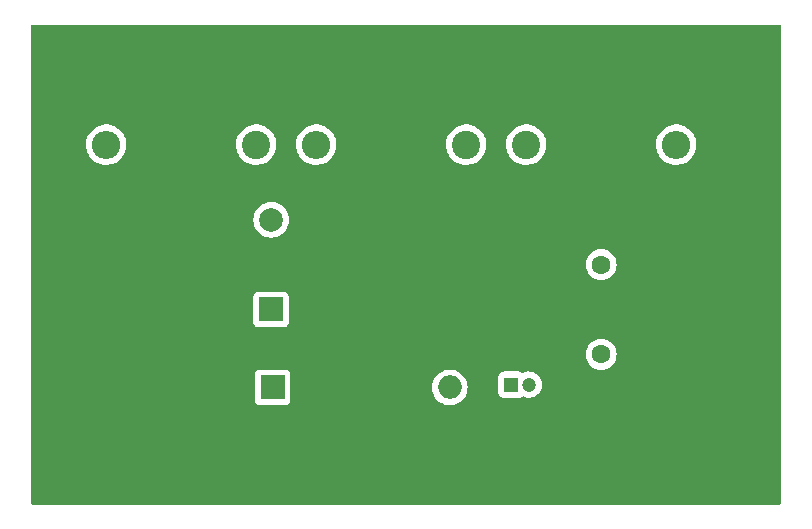
<source format=gbr>
%TF.GenerationSoftware,KiCad,Pcbnew,(6.0.4)*%
%TF.CreationDate,2022-05-30T12:30:38+05:30*%
%TF.ProjectId,vishnukumar batch 15,76697368-6e75-46b7-956d-617220626174,rev?*%
%TF.SameCoordinates,Original*%
%TF.FileFunction,Copper,L2,Bot*%
%TF.FilePolarity,Positive*%
%FSLAX46Y46*%
G04 Gerber Fmt 4.6, Leading zero omitted, Abs format (unit mm)*
G04 Created by KiCad (PCBNEW (6.0.4)) date 2022-05-30 12:30:38*
%MOMM*%
%LPD*%
G01*
G04 APERTURE LIST*
%TA.AperFunction,ComponentPad*%
%ADD10C,2.400000*%
%TD*%
%TA.AperFunction,ComponentPad*%
%ADD11O,2.400000X2.400000*%
%TD*%
%TA.AperFunction,ComponentPad*%
%ADD12C,1.600000*%
%TD*%
%TA.AperFunction,ComponentPad*%
%ADD13R,2.000000X2.000000*%
%TD*%
%TA.AperFunction,ComponentPad*%
%ADD14O,2.000000X2.000000*%
%TD*%
%TA.AperFunction,ComponentPad*%
%ADD15R,1.200000X1.200000*%
%TD*%
%TA.AperFunction,ComponentPad*%
%ADD16C,1.200000*%
%TD*%
%TA.AperFunction,ComponentPad*%
%ADD17C,2.000000*%
%TD*%
G04 APERTURE END LIST*
D10*
%TO.P,R3,1*%
%TO.N,Net-(R2-Pad2)*%
X100330000Y-78740000D03*
D11*
%TO.P,R3,2*%
%TO.N,Net-(C2-Pad1)*%
X87630000Y-78740000D03*
%TD*%
D10*
%TO.P,R2,1*%
%TO.N,VCC*%
X118110000Y-78740000D03*
D11*
%TO.P,R2,2*%
%TO.N,Net-(R2-Pad2)*%
X105410000Y-78740000D03*
%TD*%
D10*
%TO.P,R1,1*%
%TO.N,VCC*%
X123190000Y-78740000D03*
D11*
%TO.P,R1,2*%
%TO.N,Net-(LDR1-Pad1)*%
X135890000Y-78740000D03*
%TD*%
D12*
%TO.P,LDR1,2*%
%TO.N,Net-(C1-Pad2)*%
X129540000Y-96500000D03*
%TO.P,LDR1,1*%
%TO.N,Net-(LDR1-Pad1)*%
X129540000Y-88900000D03*
%TD*%
D13*
%TO.P,C2,1*%
%TO.N,Net-(C2-Pad1)*%
X101720000Y-99302500D03*
D14*
%TO.P,C2,2*%
%TO.N,Net-(C1-Pad2)*%
X116720000Y-99302500D03*
%TD*%
D15*
%TO.P,C1,1*%
%TO.N,Net-(C1-Pad1)*%
X121920000Y-99060000D03*
D16*
%TO.P,C1,2*%
%TO.N,Net-(C1-Pad2)*%
X123420000Y-99060000D03*
%TD*%
D13*
%TO.P,BZ1,1,-*%
%TO.N,Net-(BZ1-Pad1)*%
X101600000Y-92700000D03*
D17*
%TO.P,BZ1,2,+*%
%TO.N,GND*%
X101600000Y-85100000D03*
%TD*%
%TA.AperFunction,NonConductor*%
G36*
X144722121Y-68600002D02*
G01*
X144768614Y-68653658D01*
X144780000Y-68706000D01*
X144780000Y-109094000D01*
X144759998Y-109162121D01*
X144706342Y-109208614D01*
X144654000Y-109220000D01*
X81406000Y-109220000D01*
X81337879Y-109199998D01*
X81291386Y-109146342D01*
X81280000Y-109094000D01*
X81280000Y-100350634D01*
X100211500Y-100350634D01*
X100218255Y-100412816D01*
X100269385Y-100549205D01*
X100356739Y-100665761D01*
X100473295Y-100753115D01*
X100609684Y-100804245D01*
X100671866Y-100811000D01*
X102768134Y-100811000D01*
X102830316Y-100804245D01*
X102966705Y-100753115D01*
X103083261Y-100665761D01*
X103170615Y-100549205D01*
X103221745Y-100412816D01*
X103228500Y-100350634D01*
X103228500Y-99302500D01*
X115206835Y-99302500D01*
X115225465Y-99539211D01*
X115280895Y-99770094D01*
X115282788Y-99774665D01*
X115282789Y-99774667D01*
X115365256Y-99973760D01*
X115371760Y-99989463D01*
X115374346Y-99993683D01*
X115493241Y-100187702D01*
X115493245Y-100187708D01*
X115495824Y-100191916D01*
X115650031Y-100372469D01*
X115830584Y-100526676D01*
X115834792Y-100529255D01*
X115834798Y-100529259D01*
X116028817Y-100648154D01*
X116033037Y-100650740D01*
X116037607Y-100652633D01*
X116037611Y-100652635D01*
X116247833Y-100739711D01*
X116252406Y-100741605D01*
X116300349Y-100753115D01*
X116478476Y-100795880D01*
X116478482Y-100795881D01*
X116483289Y-100797035D01*
X116720000Y-100815665D01*
X116956711Y-100797035D01*
X116961518Y-100795881D01*
X116961524Y-100795880D01*
X117139651Y-100753115D01*
X117187594Y-100741605D01*
X117192167Y-100739711D01*
X117402389Y-100652635D01*
X117402393Y-100652633D01*
X117406963Y-100650740D01*
X117411183Y-100648154D01*
X117605202Y-100529259D01*
X117605208Y-100529255D01*
X117609416Y-100526676D01*
X117789969Y-100372469D01*
X117944176Y-100191916D01*
X117946755Y-100187708D01*
X117946759Y-100187702D01*
X118065654Y-99993683D01*
X118068240Y-99989463D01*
X118074745Y-99973760D01*
X118157211Y-99774667D01*
X118157212Y-99774665D01*
X118159105Y-99770094D01*
X118173980Y-99708134D01*
X120811500Y-99708134D01*
X120818255Y-99770316D01*
X120869385Y-99906705D01*
X120956739Y-100023261D01*
X121073295Y-100110615D01*
X121209684Y-100161745D01*
X121271866Y-100168500D01*
X122568134Y-100168500D01*
X122630316Y-100161745D01*
X122766705Y-100110615D01*
X122814162Y-100075048D01*
X122880666Y-100050201D01*
X122939463Y-100060108D01*
X123070671Y-100116480D01*
X123070680Y-100116483D01*
X123075987Y-100118763D01*
X123148817Y-100135243D01*
X123269055Y-100162450D01*
X123269060Y-100162451D01*
X123274692Y-100163725D01*
X123280463Y-100163952D01*
X123280465Y-100163952D01*
X123343470Y-100166427D01*
X123478263Y-100171723D01*
X123679883Y-100142490D01*
X123685347Y-100140635D01*
X123685352Y-100140634D01*
X123867327Y-100078862D01*
X123867332Y-100078860D01*
X123872799Y-100077004D01*
X124050551Y-99977458D01*
X124207186Y-99847186D01*
X124337458Y-99690551D01*
X124437004Y-99512799D01*
X124438860Y-99507332D01*
X124438862Y-99507327D01*
X124500634Y-99325352D01*
X124500635Y-99325347D01*
X124502490Y-99319883D01*
X124531723Y-99118263D01*
X124533249Y-99060000D01*
X124514608Y-98857126D01*
X124508341Y-98834906D01*
X124460875Y-98666606D01*
X124460874Y-98666604D01*
X124459307Y-98661047D01*
X124369201Y-98478329D01*
X124247305Y-98315091D01*
X124122844Y-98200040D01*
X124101943Y-98180719D01*
X124101940Y-98180717D01*
X124097703Y-98176800D01*
X124051675Y-98147759D01*
X123930288Y-98071169D01*
X123930283Y-98071167D01*
X123925404Y-98068088D01*
X123736180Y-97992595D01*
X123556460Y-97956846D01*
X123542032Y-97953976D01*
X123542031Y-97953976D01*
X123536366Y-97952849D01*
X123530592Y-97952773D01*
X123530588Y-97952773D01*
X123427452Y-97951424D01*
X123332655Y-97950183D01*
X123326958Y-97951162D01*
X123326957Y-97951162D01*
X123137567Y-97983705D01*
X123131870Y-97984684D01*
X122940734Y-98055198D01*
X122939598Y-98055874D01*
X122870931Y-98066918D01*
X122811215Y-98042744D01*
X122773892Y-98014771D01*
X122773890Y-98014770D01*
X122766705Y-98009385D01*
X122630316Y-97958255D01*
X122568134Y-97951500D01*
X121271866Y-97951500D01*
X121209684Y-97958255D01*
X121073295Y-98009385D01*
X120956739Y-98096739D01*
X120869385Y-98213295D01*
X120818255Y-98349684D01*
X120811500Y-98411866D01*
X120811500Y-99708134D01*
X118173980Y-99708134D01*
X118214535Y-99539211D01*
X118233165Y-99302500D01*
X118214535Y-99065789D01*
X118213146Y-99060000D01*
X118165821Y-98862880D01*
X118159105Y-98834906D01*
X118157211Y-98830333D01*
X118070135Y-98620111D01*
X118070133Y-98620107D01*
X118068240Y-98615537D01*
X118065654Y-98611317D01*
X117946759Y-98417298D01*
X117946755Y-98417292D01*
X117944176Y-98413084D01*
X117789969Y-98232531D01*
X117609416Y-98078324D01*
X117605208Y-98075745D01*
X117605202Y-98075741D01*
X117411183Y-97956846D01*
X117406963Y-97954260D01*
X117402393Y-97952367D01*
X117402389Y-97952365D01*
X117192167Y-97865289D01*
X117192165Y-97865288D01*
X117187594Y-97863395D01*
X117107391Y-97844140D01*
X116961524Y-97809120D01*
X116961518Y-97809119D01*
X116956711Y-97807965D01*
X116720000Y-97789335D01*
X116483289Y-97807965D01*
X116478482Y-97809119D01*
X116478476Y-97809120D01*
X116332609Y-97844140D01*
X116252406Y-97863395D01*
X116247835Y-97865288D01*
X116247833Y-97865289D01*
X116037611Y-97952365D01*
X116037607Y-97952367D01*
X116033037Y-97954260D01*
X116028817Y-97956846D01*
X115834798Y-98075741D01*
X115834792Y-98075745D01*
X115830584Y-98078324D01*
X115650031Y-98232531D01*
X115495824Y-98413084D01*
X115493245Y-98417292D01*
X115493241Y-98417298D01*
X115374346Y-98611317D01*
X115371760Y-98615537D01*
X115369867Y-98620107D01*
X115369865Y-98620111D01*
X115282789Y-98830333D01*
X115280895Y-98834906D01*
X115274179Y-98862880D01*
X115226855Y-99060000D01*
X115225465Y-99065789D01*
X115206835Y-99302500D01*
X103228500Y-99302500D01*
X103228500Y-98254366D01*
X103221745Y-98192184D01*
X103170615Y-98055795D01*
X103083261Y-97939239D01*
X102966705Y-97851885D01*
X102830316Y-97800755D01*
X102768134Y-97794000D01*
X100671866Y-97794000D01*
X100609684Y-97800755D01*
X100473295Y-97851885D01*
X100356739Y-97939239D01*
X100269385Y-98055795D01*
X100218255Y-98192184D01*
X100211500Y-98254366D01*
X100211500Y-100350634D01*
X81280000Y-100350634D01*
X81280000Y-96500000D01*
X128226502Y-96500000D01*
X128246457Y-96728087D01*
X128305716Y-96949243D01*
X128308039Y-96954224D01*
X128308039Y-96954225D01*
X128400151Y-97151762D01*
X128400154Y-97151767D01*
X128402477Y-97156749D01*
X128533802Y-97344300D01*
X128695700Y-97506198D01*
X128700208Y-97509355D01*
X128700211Y-97509357D01*
X128778389Y-97564098D01*
X128883251Y-97637523D01*
X128888233Y-97639846D01*
X128888238Y-97639849D01*
X129085775Y-97731961D01*
X129090757Y-97734284D01*
X129096065Y-97735706D01*
X129096067Y-97735707D01*
X129306598Y-97792119D01*
X129306600Y-97792119D01*
X129311913Y-97793543D01*
X129540000Y-97813498D01*
X129768087Y-97793543D01*
X129773400Y-97792119D01*
X129773402Y-97792119D01*
X129983933Y-97735707D01*
X129983935Y-97735706D01*
X129989243Y-97734284D01*
X129994225Y-97731961D01*
X130191762Y-97639849D01*
X130191767Y-97639846D01*
X130196749Y-97637523D01*
X130301611Y-97564098D01*
X130379789Y-97509357D01*
X130379792Y-97509355D01*
X130384300Y-97506198D01*
X130546198Y-97344300D01*
X130677523Y-97156749D01*
X130679846Y-97151767D01*
X130679849Y-97151762D01*
X130771961Y-96954225D01*
X130771961Y-96954224D01*
X130774284Y-96949243D01*
X130833543Y-96728087D01*
X130853498Y-96500000D01*
X130833543Y-96271913D01*
X130774284Y-96050757D01*
X130771961Y-96045775D01*
X130679849Y-95848238D01*
X130679846Y-95848233D01*
X130677523Y-95843251D01*
X130546198Y-95655700D01*
X130384300Y-95493802D01*
X130379792Y-95490645D01*
X130379789Y-95490643D01*
X130301611Y-95435902D01*
X130196749Y-95362477D01*
X130191767Y-95360154D01*
X130191762Y-95360151D01*
X129994225Y-95268039D01*
X129994224Y-95268039D01*
X129989243Y-95265716D01*
X129983935Y-95264294D01*
X129983933Y-95264293D01*
X129773402Y-95207881D01*
X129773400Y-95207881D01*
X129768087Y-95206457D01*
X129540000Y-95186502D01*
X129311913Y-95206457D01*
X129306600Y-95207881D01*
X129306598Y-95207881D01*
X129096067Y-95264293D01*
X129096065Y-95264294D01*
X129090757Y-95265716D01*
X129085776Y-95268039D01*
X129085775Y-95268039D01*
X128888238Y-95360151D01*
X128888233Y-95360154D01*
X128883251Y-95362477D01*
X128778389Y-95435902D01*
X128700211Y-95490643D01*
X128700208Y-95490645D01*
X128695700Y-95493802D01*
X128533802Y-95655700D01*
X128402477Y-95843251D01*
X128400154Y-95848233D01*
X128400151Y-95848238D01*
X128308039Y-96045775D01*
X128305716Y-96050757D01*
X128246457Y-96271913D01*
X128226502Y-96500000D01*
X81280000Y-96500000D01*
X81280000Y-93748134D01*
X100091500Y-93748134D01*
X100098255Y-93810316D01*
X100149385Y-93946705D01*
X100236739Y-94063261D01*
X100353295Y-94150615D01*
X100489684Y-94201745D01*
X100551866Y-94208500D01*
X102648134Y-94208500D01*
X102710316Y-94201745D01*
X102846705Y-94150615D01*
X102963261Y-94063261D01*
X103050615Y-93946705D01*
X103101745Y-93810316D01*
X103108500Y-93748134D01*
X103108500Y-91651866D01*
X103101745Y-91589684D01*
X103050615Y-91453295D01*
X102963261Y-91336739D01*
X102846705Y-91249385D01*
X102710316Y-91198255D01*
X102648134Y-91191500D01*
X100551866Y-91191500D01*
X100489684Y-91198255D01*
X100353295Y-91249385D01*
X100236739Y-91336739D01*
X100149385Y-91453295D01*
X100098255Y-91589684D01*
X100091500Y-91651866D01*
X100091500Y-93748134D01*
X81280000Y-93748134D01*
X81280000Y-88900000D01*
X128226502Y-88900000D01*
X128246457Y-89128087D01*
X128305716Y-89349243D01*
X128308039Y-89354224D01*
X128308039Y-89354225D01*
X128400151Y-89551762D01*
X128400154Y-89551767D01*
X128402477Y-89556749D01*
X128533802Y-89744300D01*
X128695700Y-89906198D01*
X128700208Y-89909355D01*
X128700211Y-89909357D01*
X128778389Y-89964098D01*
X128883251Y-90037523D01*
X128888233Y-90039846D01*
X128888238Y-90039849D01*
X129085775Y-90131961D01*
X129090757Y-90134284D01*
X129096065Y-90135706D01*
X129096067Y-90135707D01*
X129306598Y-90192119D01*
X129306600Y-90192119D01*
X129311913Y-90193543D01*
X129540000Y-90213498D01*
X129768087Y-90193543D01*
X129773400Y-90192119D01*
X129773402Y-90192119D01*
X129983933Y-90135707D01*
X129983935Y-90135706D01*
X129989243Y-90134284D01*
X129994225Y-90131961D01*
X130191762Y-90039849D01*
X130191767Y-90039846D01*
X130196749Y-90037523D01*
X130301611Y-89964098D01*
X130379789Y-89909357D01*
X130379792Y-89909355D01*
X130384300Y-89906198D01*
X130546198Y-89744300D01*
X130677523Y-89556749D01*
X130679846Y-89551767D01*
X130679849Y-89551762D01*
X130771961Y-89354225D01*
X130771961Y-89354224D01*
X130774284Y-89349243D01*
X130833543Y-89128087D01*
X130853498Y-88900000D01*
X130833543Y-88671913D01*
X130774284Y-88450757D01*
X130771961Y-88445775D01*
X130679849Y-88248238D01*
X130679846Y-88248233D01*
X130677523Y-88243251D01*
X130546198Y-88055700D01*
X130384300Y-87893802D01*
X130379792Y-87890645D01*
X130379789Y-87890643D01*
X130301611Y-87835902D01*
X130196749Y-87762477D01*
X130191767Y-87760154D01*
X130191762Y-87760151D01*
X129994225Y-87668039D01*
X129994224Y-87668039D01*
X129989243Y-87665716D01*
X129983935Y-87664294D01*
X129983933Y-87664293D01*
X129773402Y-87607881D01*
X129773400Y-87607881D01*
X129768087Y-87606457D01*
X129540000Y-87586502D01*
X129311913Y-87606457D01*
X129306600Y-87607881D01*
X129306598Y-87607881D01*
X129096067Y-87664293D01*
X129096065Y-87664294D01*
X129090757Y-87665716D01*
X129085776Y-87668039D01*
X129085775Y-87668039D01*
X128888238Y-87760151D01*
X128888233Y-87760154D01*
X128883251Y-87762477D01*
X128778389Y-87835902D01*
X128700211Y-87890643D01*
X128700208Y-87890645D01*
X128695700Y-87893802D01*
X128533802Y-88055700D01*
X128402477Y-88243251D01*
X128400154Y-88248233D01*
X128400151Y-88248238D01*
X128308039Y-88445775D01*
X128305716Y-88450757D01*
X128246457Y-88671913D01*
X128226502Y-88900000D01*
X81280000Y-88900000D01*
X81280000Y-85100000D01*
X100086835Y-85100000D01*
X100105465Y-85336711D01*
X100160895Y-85567594D01*
X100251760Y-85786963D01*
X100254346Y-85791183D01*
X100373241Y-85985202D01*
X100373245Y-85985208D01*
X100375824Y-85989416D01*
X100530031Y-86169969D01*
X100710584Y-86324176D01*
X100714792Y-86326755D01*
X100714798Y-86326759D01*
X100908817Y-86445654D01*
X100913037Y-86448240D01*
X100917607Y-86450133D01*
X100917611Y-86450135D01*
X101127833Y-86537211D01*
X101132406Y-86539105D01*
X101212609Y-86558360D01*
X101358476Y-86593380D01*
X101358482Y-86593381D01*
X101363289Y-86594535D01*
X101600000Y-86613165D01*
X101836711Y-86594535D01*
X101841518Y-86593381D01*
X101841524Y-86593380D01*
X101987391Y-86558360D01*
X102067594Y-86539105D01*
X102072167Y-86537211D01*
X102282389Y-86450135D01*
X102282393Y-86450133D01*
X102286963Y-86448240D01*
X102291183Y-86445654D01*
X102485202Y-86326759D01*
X102485208Y-86326755D01*
X102489416Y-86324176D01*
X102669969Y-86169969D01*
X102824176Y-85989416D01*
X102826755Y-85985208D01*
X102826759Y-85985202D01*
X102945654Y-85791183D01*
X102948240Y-85786963D01*
X103039105Y-85567594D01*
X103094535Y-85336711D01*
X103113165Y-85100000D01*
X103094535Y-84863289D01*
X103039105Y-84632406D01*
X102948240Y-84413037D01*
X102945654Y-84408817D01*
X102826759Y-84214798D01*
X102826755Y-84214792D01*
X102824176Y-84210584D01*
X102669969Y-84030031D01*
X102489416Y-83875824D01*
X102485208Y-83873245D01*
X102485202Y-83873241D01*
X102291183Y-83754346D01*
X102286963Y-83751760D01*
X102282393Y-83749867D01*
X102282389Y-83749865D01*
X102072167Y-83662789D01*
X102072165Y-83662788D01*
X102067594Y-83660895D01*
X101987391Y-83641640D01*
X101841524Y-83606620D01*
X101841518Y-83606619D01*
X101836711Y-83605465D01*
X101600000Y-83586835D01*
X101363289Y-83605465D01*
X101358482Y-83606619D01*
X101358476Y-83606620D01*
X101212609Y-83641640D01*
X101132406Y-83660895D01*
X101127835Y-83662788D01*
X101127833Y-83662789D01*
X100917611Y-83749865D01*
X100917607Y-83749867D01*
X100913037Y-83751760D01*
X100908817Y-83754346D01*
X100714798Y-83873241D01*
X100714792Y-83873245D01*
X100710584Y-83875824D01*
X100530031Y-84030031D01*
X100375824Y-84210584D01*
X100373245Y-84214792D01*
X100373241Y-84214798D01*
X100254346Y-84408817D01*
X100251760Y-84413037D01*
X100160895Y-84632406D01*
X100105465Y-84863289D01*
X100086835Y-85100000D01*
X81280000Y-85100000D01*
X81280000Y-78695151D01*
X85917296Y-78695151D01*
X85929480Y-78948798D01*
X85979021Y-79197857D01*
X85980600Y-79202255D01*
X85980602Y-79202262D01*
X86025022Y-79325980D01*
X86064831Y-79436858D01*
X86185025Y-79660551D01*
X86187820Y-79664294D01*
X86187822Y-79664297D01*
X86334171Y-79860282D01*
X86334176Y-79860288D01*
X86336963Y-79864020D01*
X86340272Y-79867300D01*
X86340277Y-79867306D01*
X86438859Y-79965031D01*
X86517307Y-80042797D01*
X86521069Y-80045555D01*
X86521072Y-80045558D01*
X86626764Y-80123054D01*
X86722094Y-80192953D01*
X86726229Y-80195129D01*
X86726233Y-80195131D01*
X86844289Y-80257243D01*
X86946827Y-80311191D01*
X87186568Y-80394912D01*
X87436050Y-80442278D01*
X87556532Y-80447011D01*
X87685125Y-80452064D01*
X87685130Y-80452064D01*
X87689793Y-80452247D01*
X87788774Y-80441407D01*
X87937569Y-80425112D01*
X87937575Y-80425111D01*
X87942222Y-80424602D01*
X88051680Y-80395784D01*
X88183273Y-80361138D01*
X88187793Y-80359948D01*
X88306353Y-80309011D01*
X88416807Y-80261557D01*
X88416810Y-80261555D01*
X88421110Y-80259708D01*
X88425090Y-80257245D01*
X88425094Y-80257243D01*
X88633064Y-80128547D01*
X88633066Y-80128545D01*
X88637047Y-80126082D01*
X88735428Y-80042797D01*
X88827289Y-79965031D01*
X88827291Y-79965029D01*
X88830862Y-79962006D01*
X88998295Y-79771084D01*
X89135669Y-79557512D01*
X89239967Y-79325980D01*
X89308896Y-79081575D01*
X89340943Y-78829667D01*
X89343291Y-78740000D01*
X89339958Y-78695151D01*
X98617296Y-78695151D01*
X98629480Y-78948798D01*
X98679021Y-79197857D01*
X98680600Y-79202255D01*
X98680602Y-79202262D01*
X98725022Y-79325980D01*
X98764831Y-79436858D01*
X98885025Y-79660551D01*
X98887820Y-79664294D01*
X98887822Y-79664297D01*
X99034171Y-79860282D01*
X99034176Y-79860288D01*
X99036963Y-79864020D01*
X99040272Y-79867300D01*
X99040277Y-79867306D01*
X99138859Y-79965031D01*
X99217307Y-80042797D01*
X99221069Y-80045555D01*
X99221072Y-80045558D01*
X99326764Y-80123054D01*
X99422094Y-80192953D01*
X99426229Y-80195129D01*
X99426233Y-80195131D01*
X99544289Y-80257243D01*
X99646827Y-80311191D01*
X99886568Y-80394912D01*
X100136050Y-80442278D01*
X100256532Y-80447011D01*
X100385125Y-80452064D01*
X100385130Y-80452064D01*
X100389793Y-80452247D01*
X100488774Y-80441407D01*
X100637569Y-80425112D01*
X100637575Y-80425111D01*
X100642222Y-80424602D01*
X100751680Y-80395784D01*
X100883273Y-80361138D01*
X100887793Y-80359948D01*
X101006353Y-80309011D01*
X101116807Y-80261557D01*
X101116810Y-80261555D01*
X101121110Y-80259708D01*
X101125090Y-80257245D01*
X101125094Y-80257243D01*
X101333064Y-80128547D01*
X101333066Y-80128545D01*
X101337047Y-80126082D01*
X101435428Y-80042797D01*
X101527289Y-79965031D01*
X101527291Y-79965029D01*
X101530862Y-79962006D01*
X101698295Y-79771084D01*
X101835669Y-79557512D01*
X101939967Y-79325980D01*
X102008896Y-79081575D01*
X102040943Y-78829667D01*
X102043291Y-78740000D01*
X102039958Y-78695151D01*
X103697296Y-78695151D01*
X103709480Y-78948798D01*
X103759021Y-79197857D01*
X103760600Y-79202255D01*
X103760602Y-79202262D01*
X103805022Y-79325980D01*
X103844831Y-79436858D01*
X103965025Y-79660551D01*
X103967820Y-79664294D01*
X103967822Y-79664297D01*
X104114171Y-79860282D01*
X104114176Y-79860288D01*
X104116963Y-79864020D01*
X104120272Y-79867300D01*
X104120277Y-79867306D01*
X104218859Y-79965031D01*
X104297307Y-80042797D01*
X104301069Y-80045555D01*
X104301072Y-80045558D01*
X104406764Y-80123054D01*
X104502094Y-80192953D01*
X104506229Y-80195129D01*
X104506233Y-80195131D01*
X104624289Y-80257243D01*
X104726827Y-80311191D01*
X104966568Y-80394912D01*
X105216050Y-80442278D01*
X105336532Y-80447011D01*
X105465125Y-80452064D01*
X105465130Y-80452064D01*
X105469793Y-80452247D01*
X105568774Y-80441407D01*
X105717569Y-80425112D01*
X105717575Y-80425111D01*
X105722222Y-80424602D01*
X105831680Y-80395784D01*
X105963273Y-80361138D01*
X105967793Y-80359948D01*
X106086353Y-80309011D01*
X106196807Y-80261557D01*
X106196810Y-80261555D01*
X106201110Y-80259708D01*
X106205090Y-80257245D01*
X106205094Y-80257243D01*
X106413064Y-80128547D01*
X106413066Y-80128545D01*
X106417047Y-80126082D01*
X106515428Y-80042797D01*
X106607289Y-79965031D01*
X106607291Y-79965029D01*
X106610862Y-79962006D01*
X106778295Y-79771084D01*
X106915669Y-79557512D01*
X107019967Y-79325980D01*
X107088896Y-79081575D01*
X107120943Y-78829667D01*
X107123291Y-78740000D01*
X107119958Y-78695151D01*
X116397296Y-78695151D01*
X116409480Y-78948798D01*
X116459021Y-79197857D01*
X116460600Y-79202255D01*
X116460602Y-79202262D01*
X116505022Y-79325980D01*
X116544831Y-79436858D01*
X116665025Y-79660551D01*
X116667820Y-79664294D01*
X116667822Y-79664297D01*
X116814171Y-79860282D01*
X116814176Y-79860288D01*
X116816963Y-79864020D01*
X116820272Y-79867300D01*
X116820277Y-79867306D01*
X116918859Y-79965031D01*
X116997307Y-80042797D01*
X117001069Y-80045555D01*
X117001072Y-80045558D01*
X117106764Y-80123054D01*
X117202094Y-80192953D01*
X117206229Y-80195129D01*
X117206233Y-80195131D01*
X117324289Y-80257243D01*
X117426827Y-80311191D01*
X117666568Y-80394912D01*
X117916050Y-80442278D01*
X118036532Y-80447011D01*
X118165125Y-80452064D01*
X118165130Y-80452064D01*
X118169793Y-80452247D01*
X118268774Y-80441407D01*
X118417569Y-80425112D01*
X118417575Y-80425111D01*
X118422222Y-80424602D01*
X118531680Y-80395784D01*
X118663273Y-80361138D01*
X118667793Y-80359948D01*
X118786353Y-80309011D01*
X118896807Y-80261557D01*
X118896810Y-80261555D01*
X118901110Y-80259708D01*
X118905090Y-80257245D01*
X118905094Y-80257243D01*
X119113064Y-80128547D01*
X119113066Y-80128545D01*
X119117047Y-80126082D01*
X119215428Y-80042797D01*
X119307289Y-79965031D01*
X119307291Y-79965029D01*
X119310862Y-79962006D01*
X119478295Y-79771084D01*
X119615669Y-79557512D01*
X119719967Y-79325980D01*
X119788896Y-79081575D01*
X119820943Y-78829667D01*
X119823291Y-78740000D01*
X119819958Y-78695151D01*
X121477296Y-78695151D01*
X121489480Y-78948798D01*
X121539021Y-79197857D01*
X121540600Y-79202255D01*
X121540602Y-79202262D01*
X121585022Y-79325980D01*
X121624831Y-79436858D01*
X121745025Y-79660551D01*
X121747820Y-79664294D01*
X121747822Y-79664297D01*
X121894171Y-79860282D01*
X121894176Y-79860288D01*
X121896963Y-79864020D01*
X121900272Y-79867300D01*
X121900277Y-79867306D01*
X121998859Y-79965031D01*
X122077307Y-80042797D01*
X122081069Y-80045555D01*
X122081072Y-80045558D01*
X122186764Y-80123054D01*
X122282094Y-80192953D01*
X122286229Y-80195129D01*
X122286233Y-80195131D01*
X122404289Y-80257243D01*
X122506827Y-80311191D01*
X122746568Y-80394912D01*
X122996050Y-80442278D01*
X123116532Y-80447011D01*
X123245125Y-80452064D01*
X123245130Y-80452064D01*
X123249793Y-80452247D01*
X123348774Y-80441407D01*
X123497569Y-80425112D01*
X123497575Y-80425111D01*
X123502222Y-80424602D01*
X123611680Y-80395784D01*
X123743273Y-80361138D01*
X123747793Y-80359948D01*
X123866353Y-80309011D01*
X123976807Y-80261557D01*
X123976810Y-80261555D01*
X123981110Y-80259708D01*
X123985090Y-80257245D01*
X123985094Y-80257243D01*
X124193064Y-80128547D01*
X124193066Y-80128545D01*
X124197047Y-80126082D01*
X124295428Y-80042797D01*
X124387289Y-79965031D01*
X124387291Y-79965029D01*
X124390862Y-79962006D01*
X124558295Y-79771084D01*
X124695669Y-79557512D01*
X124799967Y-79325980D01*
X124868896Y-79081575D01*
X124900943Y-78829667D01*
X124903291Y-78740000D01*
X124899958Y-78695151D01*
X134177296Y-78695151D01*
X134189480Y-78948798D01*
X134239021Y-79197857D01*
X134240600Y-79202255D01*
X134240602Y-79202262D01*
X134285022Y-79325980D01*
X134324831Y-79436858D01*
X134445025Y-79660551D01*
X134447820Y-79664294D01*
X134447822Y-79664297D01*
X134594171Y-79860282D01*
X134594176Y-79860288D01*
X134596963Y-79864020D01*
X134600272Y-79867300D01*
X134600277Y-79867306D01*
X134698859Y-79965031D01*
X134777307Y-80042797D01*
X134781069Y-80045555D01*
X134781072Y-80045558D01*
X134886764Y-80123054D01*
X134982094Y-80192953D01*
X134986229Y-80195129D01*
X134986233Y-80195131D01*
X135104289Y-80257243D01*
X135206827Y-80311191D01*
X135446568Y-80394912D01*
X135696050Y-80442278D01*
X135816532Y-80447011D01*
X135945125Y-80452064D01*
X135945130Y-80452064D01*
X135949793Y-80452247D01*
X136048774Y-80441407D01*
X136197569Y-80425112D01*
X136197575Y-80425111D01*
X136202222Y-80424602D01*
X136311680Y-80395784D01*
X136443273Y-80361138D01*
X136447793Y-80359948D01*
X136566353Y-80309011D01*
X136676807Y-80261557D01*
X136676810Y-80261555D01*
X136681110Y-80259708D01*
X136685090Y-80257245D01*
X136685094Y-80257243D01*
X136893064Y-80128547D01*
X136893066Y-80128545D01*
X136897047Y-80126082D01*
X136995428Y-80042797D01*
X137087289Y-79965031D01*
X137087291Y-79965029D01*
X137090862Y-79962006D01*
X137258295Y-79771084D01*
X137395669Y-79557512D01*
X137499967Y-79325980D01*
X137568896Y-79081575D01*
X137600943Y-78829667D01*
X137603291Y-78740000D01*
X137584472Y-78486759D01*
X137528428Y-78239082D01*
X137436391Y-78002409D01*
X137415866Y-77966498D01*
X137312702Y-77785997D01*
X137312700Y-77785995D01*
X137310383Y-77781940D01*
X137153171Y-77582517D01*
X136968209Y-77408523D01*
X136924483Y-77378189D01*
X136763393Y-77266437D01*
X136763390Y-77266435D01*
X136759561Y-77263779D01*
X136755384Y-77261719D01*
X136755377Y-77261715D01*
X136535996Y-77153528D01*
X136535992Y-77153527D01*
X136531810Y-77151464D01*
X136289960Y-77074047D01*
X136285355Y-77073297D01*
X136043935Y-77033980D01*
X136043934Y-77033980D01*
X136039323Y-77033229D01*
X135912364Y-77031567D01*
X135790083Y-77029966D01*
X135790080Y-77029966D01*
X135785406Y-77029905D01*
X135533787Y-77064149D01*
X135289993Y-77135208D01*
X135059380Y-77241522D01*
X135055471Y-77244085D01*
X134850928Y-77378189D01*
X134850923Y-77378193D01*
X134847015Y-77380755D01*
X134657562Y-77549848D01*
X134495183Y-77745087D01*
X134363447Y-77962182D01*
X134265246Y-78196365D01*
X134202738Y-78442490D01*
X134177296Y-78695151D01*
X124899958Y-78695151D01*
X124884472Y-78486759D01*
X124828428Y-78239082D01*
X124736391Y-78002409D01*
X124715866Y-77966498D01*
X124612702Y-77785997D01*
X124612700Y-77785995D01*
X124610383Y-77781940D01*
X124453171Y-77582517D01*
X124268209Y-77408523D01*
X124224483Y-77378189D01*
X124063393Y-77266437D01*
X124063390Y-77266435D01*
X124059561Y-77263779D01*
X124055384Y-77261719D01*
X124055377Y-77261715D01*
X123835996Y-77153528D01*
X123835992Y-77153527D01*
X123831810Y-77151464D01*
X123589960Y-77074047D01*
X123585355Y-77073297D01*
X123343935Y-77033980D01*
X123343934Y-77033980D01*
X123339323Y-77033229D01*
X123212364Y-77031567D01*
X123090083Y-77029966D01*
X123090080Y-77029966D01*
X123085406Y-77029905D01*
X122833787Y-77064149D01*
X122589993Y-77135208D01*
X122359380Y-77241522D01*
X122355471Y-77244085D01*
X122150928Y-77378189D01*
X122150923Y-77378193D01*
X122147015Y-77380755D01*
X121957562Y-77549848D01*
X121795183Y-77745087D01*
X121663447Y-77962182D01*
X121565246Y-78196365D01*
X121502738Y-78442490D01*
X121477296Y-78695151D01*
X119819958Y-78695151D01*
X119804472Y-78486759D01*
X119748428Y-78239082D01*
X119656391Y-78002409D01*
X119635866Y-77966498D01*
X119532702Y-77785997D01*
X119532700Y-77785995D01*
X119530383Y-77781940D01*
X119373171Y-77582517D01*
X119188209Y-77408523D01*
X119144483Y-77378189D01*
X118983393Y-77266437D01*
X118983390Y-77266435D01*
X118979561Y-77263779D01*
X118975384Y-77261719D01*
X118975377Y-77261715D01*
X118755996Y-77153528D01*
X118755992Y-77153527D01*
X118751810Y-77151464D01*
X118509960Y-77074047D01*
X118505355Y-77073297D01*
X118263935Y-77033980D01*
X118263934Y-77033980D01*
X118259323Y-77033229D01*
X118132364Y-77031567D01*
X118010083Y-77029966D01*
X118010080Y-77029966D01*
X118005406Y-77029905D01*
X117753787Y-77064149D01*
X117509993Y-77135208D01*
X117279380Y-77241522D01*
X117275471Y-77244085D01*
X117070928Y-77378189D01*
X117070923Y-77378193D01*
X117067015Y-77380755D01*
X116877562Y-77549848D01*
X116715183Y-77745087D01*
X116583447Y-77962182D01*
X116485246Y-78196365D01*
X116422738Y-78442490D01*
X116397296Y-78695151D01*
X107119958Y-78695151D01*
X107104472Y-78486759D01*
X107048428Y-78239082D01*
X106956391Y-78002409D01*
X106935866Y-77966498D01*
X106832702Y-77785997D01*
X106832700Y-77785995D01*
X106830383Y-77781940D01*
X106673171Y-77582517D01*
X106488209Y-77408523D01*
X106444483Y-77378189D01*
X106283393Y-77266437D01*
X106283390Y-77266435D01*
X106279561Y-77263779D01*
X106275384Y-77261719D01*
X106275377Y-77261715D01*
X106055996Y-77153528D01*
X106055992Y-77153527D01*
X106051810Y-77151464D01*
X105809960Y-77074047D01*
X105805355Y-77073297D01*
X105563935Y-77033980D01*
X105563934Y-77033980D01*
X105559323Y-77033229D01*
X105432364Y-77031567D01*
X105310083Y-77029966D01*
X105310080Y-77029966D01*
X105305406Y-77029905D01*
X105053787Y-77064149D01*
X104809993Y-77135208D01*
X104579380Y-77241522D01*
X104575471Y-77244085D01*
X104370928Y-77378189D01*
X104370923Y-77378193D01*
X104367015Y-77380755D01*
X104177562Y-77549848D01*
X104015183Y-77745087D01*
X103883447Y-77962182D01*
X103785246Y-78196365D01*
X103722738Y-78442490D01*
X103697296Y-78695151D01*
X102039958Y-78695151D01*
X102024472Y-78486759D01*
X101968428Y-78239082D01*
X101876391Y-78002409D01*
X101855866Y-77966498D01*
X101752702Y-77785997D01*
X101752700Y-77785995D01*
X101750383Y-77781940D01*
X101593171Y-77582517D01*
X101408209Y-77408523D01*
X101364483Y-77378189D01*
X101203393Y-77266437D01*
X101203390Y-77266435D01*
X101199561Y-77263779D01*
X101195384Y-77261719D01*
X101195377Y-77261715D01*
X100975996Y-77153528D01*
X100975992Y-77153527D01*
X100971810Y-77151464D01*
X100729960Y-77074047D01*
X100725355Y-77073297D01*
X100483935Y-77033980D01*
X100483934Y-77033980D01*
X100479323Y-77033229D01*
X100352364Y-77031567D01*
X100230083Y-77029966D01*
X100230080Y-77029966D01*
X100225406Y-77029905D01*
X99973787Y-77064149D01*
X99729993Y-77135208D01*
X99499380Y-77241522D01*
X99495471Y-77244085D01*
X99290928Y-77378189D01*
X99290923Y-77378193D01*
X99287015Y-77380755D01*
X99097562Y-77549848D01*
X98935183Y-77745087D01*
X98803447Y-77962182D01*
X98705246Y-78196365D01*
X98642738Y-78442490D01*
X98617296Y-78695151D01*
X89339958Y-78695151D01*
X89324472Y-78486759D01*
X89268428Y-78239082D01*
X89176391Y-78002409D01*
X89155866Y-77966498D01*
X89052702Y-77785997D01*
X89052700Y-77785995D01*
X89050383Y-77781940D01*
X88893171Y-77582517D01*
X88708209Y-77408523D01*
X88664483Y-77378189D01*
X88503393Y-77266437D01*
X88503390Y-77266435D01*
X88499561Y-77263779D01*
X88495384Y-77261719D01*
X88495377Y-77261715D01*
X88275996Y-77153528D01*
X88275992Y-77153527D01*
X88271810Y-77151464D01*
X88029960Y-77074047D01*
X88025355Y-77073297D01*
X87783935Y-77033980D01*
X87783934Y-77033980D01*
X87779323Y-77033229D01*
X87652364Y-77031567D01*
X87530083Y-77029966D01*
X87530080Y-77029966D01*
X87525406Y-77029905D01*
X87273787Y-77064149D01*
X87029993Y-77135208D01*
X86799380Y-77241522D01*
X86795471Y-77244085D01*
X86590928Y-77378189D01*
X86590923Y-77378193D01*
X86587015Y-77380755D01*
X86397562Y-77549848D01*
X86235183Y-77745087D01*
X86103447Y-77962182D01*
X86005246Y-78196365D01*
X85942738Y-78442490D01*
X85917296Y-78695151D01*
X81280000Y-78695151D01*
X81280000Y-68706000D01*
X81300002Y-68637879D01*
X81353658Y-68591386D01*
X81406000Y-68580000D01*
X144654000Y-68580000D01*
X144722121Y-68600002D01*
G37*
%TD.AperFunction*%
M02*

</source>
